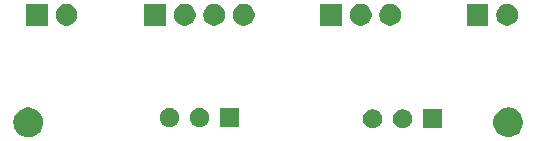
<source format=gbr>
G04 #@! TF.GenerationSoftware,KiCad,Pcbnew,5.0.1*
G04 #@! TF.CreationDate,2019-03-20T13:16:57+05:30*
G04 #@! TF.ProjectId,heater,6865617465722E6B696361645F706362,rev?*
G04 #@! TF.SameCoordinates,Original*
G04 #@! TF.FileFunction,Soldermask,Bot*
G04 #@! TF.FilePolarity,Negative*
%FSLAX46Y46*%
G04 Gerber Fmt 4.6, Leading zero omitted, Abs format (unit mm)*
G04 Created by KiCad (PCBNEW 5.0.1) date Wed 20 Mar 2019 01:16:57 PM IST*
%MOMM*%
%LPD*%
G01*
G04 APERTURE LIST*
%ADD10C,0.100000*%
G04 APERTURE END LIST*
D10*
G36*
X171583636Y-94661019D02*
X171764903Y-94697075D01*
X171992571Y-94791378D01*
X172196542Y-94927668D01*
X172197469Y-94928287D01*
X172371713Y-95102531D01*
X172371715Y-95102534D01*
X172508622Y-95307429D01*
X172602925Y-95535097D01*
X172651000Y-95776787D01*
X172651000Y-96023213D01*
X172602925Y-96264903D01*
X172508622Y-96492571D01*
X172437921Y-96598382D01*
X172371713Y-96697469D01*
X172197469Y-96871713D01*
X172197466Y-96871715D01*
X171992571Y-97008622D01*
X171764903Y-97102925D01*
X171614213Y-97132899D01*
X171523214Y-97151000D01*
X171276786Y-97151000D01*
X171185787Y-97132899D01*
X171035097Y-97102925D01*
X170807429Y-97008622D01*
X170602534Y-96871715D01*
X170602531Y-96871713D01*
X170428287Y-96697469D01*
X170362079Y-96598382D01*
X170291378Y-96492571D01*
X170197075Y-96264903D01*
X170149000Y-96023213D01*
X170149000Y-95776787D01*
X170197075Y-95535097D01*
X170291378Y-95307429D01*
X170428285Y-95102534D01*
X170428287Y-95102531D01*
X170602531Y-94928287D01*
X170603458Y-94927668D01*
X170807429Y-94791378D01*
X171035097Y-94697075D01*
X171216364Y-94661019D01*
X171276786Y-94649000D01*
X171523214Y-94649000D01*
X171583636Y-94661019D01*
X171583636Y-94661019D01*
G37*
G36*
X131005239Y-94667101D02*
X131241053Y-94738634D01*
X131458381Y-94854799D01*
X131648871Y-95011129D01*
X131805201Y-95201619D01*
X131921366Y-95418947D01*
X131992899Y-95654761D01*
X132017053Y-95900000D01*
X131992899Y-96145239D01*
X131921366Y-96381053D01*
X131805201Y-96598381D01*
X131648871Y-96788871D01*
X131458381Y-96945201D01*
X131241053Y-97061366D01*
X131005239Y-97132899D01*
X130821457Y-97151000D01*
X130698543Y-97151000D01*
X130514761Y-97132899D01*
X130278947Y-97061366D01*
X130061619Y-96945201D01*
X129871129Y-96788871D01*
X129714799Y-96598381D01*
X129598634Y-96381053D01*
X129527101Y-96145239D01*
X129502947Y-95900000D01*
X129527101Y-95654761D01*
X129598634Y-95418947D01*
X129714799Y-95201619D01*
X129871129Y-95011129D01*
X130061619Y-94854799D01*
X130278947Y-94738634D01*
X130514761Y-94667101D01*
X130698543Y-94649000D01*
X130821457Y-94649000D01*
X131005239Y-94667101D01*
X131005239Y-94667101D01*
G37*
G36*
X160156561Y-94820166D02*
X160240173Y-94854799D01*
X160304154Y-94881301D01*
X160374470Y-94928285D01*
X160436986Y-94970057D01*
X160549944Y-95083015D01*
X160638701Y-95215849D01*
X160699835Y-95363440D01*
X160731001Y-95520122D01*
X160731001Y-95679878D01*
X160699835Y-95836560D01*
X160638701Y-95984151D01*
X160549944Y-96116985D01*
X160436986Y-96229943D01*
X160436983Y-96229945D01*
X160304154Y-96318699D01*
X160304153Y-96318700D01*
X160304152Y-96318700D01*
X160156561Y-96379834D01*
X159999879Y-96411000D01*
X159840123Y-96411000D01*
X159683441Y-96379834D01*
X159535850Y-96318700D01*
X159535849Y-96318700D01*
X159535848Y-96318699D01*
X159403019Y-96229945D01*
X159403016Y-96229943D01*
X159290058Y-96116985D01*
X159201301Y-95984151D01*
X159140167Y-95836560D01*
X159109001Y-95679878D01*
X159109001Y-95520122D01*
X159140167Y-95363440D01*
X159201301Y-95215849D01*
X159290058Y-95083015D01*
X159403016Y-94970057D01*
X159465532Y-94928285D01*
X159535848Y-94881301D01*
X159599830Y-94854799D01*
X159683441Y-94820166D01*
X159840123Y-94789000D01*
X159999879Y-94789000D01*
X160156561Y-94820166D01*
X160156561Y-94820166D01*
G37*
G36*
X162696561Y-94820166D02*
X162780173Y-94854799D01*
X162844154Y-94881301D01*
X162914470Y-94928285D01*
X162976986Y-94970057D01*
X163089944Y-95083015D01*
X163178701Y-95215849D01*
X163239835Y-95363440D01*
X163271001Y-95520122D01*
X163271001Y-95679878D01*
X163239835Y-95836560D01*
X163178701Y-95984151D01*
X163089944Y-96116985D01*
X162976986Y-96229943D01*
X162976983Y-96229945D01*
X162844154Y-96318699D01*
X162844153Y-96318700D01*
X162844152Y-96318700D01*
X162696561Y-96379834D01*
X162539879Y-96411000D01*
X162380123Y-96411000D01*
X162223441Y-96379834D01*
X162075850Y-96318700D01*
X162075849Y-96318700D01*
X162075848Y-96318699D01*
X161943019Y-96229945D01*
X161943016Y-96229943D01*
X161830058Y-96116985D01*
X161741301Y-95984151D01*
X161680167Y-95836560D01*
X161649001Y-95679878D01*
X161649001Y-95520122D01*
X161680167Y-95363440D01*
X161741301Y-95215849D01*
X161830058Y-95083015D01*
X161943016Y-94970057D01*
X162005532Y-94928285D01*
X162075848Y-94881301D01*
X162139830Y-94854799D01*
X162223441Y-94820166D01*
X162380123Y-94789000D01*
X162539879Y-94789000D01*
X162696561Y-94820166D01*
X162696561Y-94820166D01*
G37*
G36*
X165811001Y-96411000D02*
X164189001Y-96411000D01*
X164189001Y-94789000D01*
X165811001Y-94789000D01*
X165811001Y-96411000D01*
X165811001Y-96411000D01*
G37*
G36*
X145496560Y-94720166D02*
X145644153Y-94781301D01*
X145702318Y-94820166D01*
X145776985Y-94870057D01*
X145889943Y-94983015D01*
X145978700Y-95115849D01*
X146039834Y-95263440D01*
X146071000Y-95420122D01*
X146071000Y-95579878D01*
X146039834Y-95736560D01*
X145978700Y-95884151D01*
X145889943Y-96016985D01*
X145776985Y-96129943D01*
X145776982Y-96129945D01*
X145644153Y-96218699D01*
X145644152Y-96218700D01*
X145644151Y-96218700D01*
X145496560Y-96279834D01*
X145339878Y-96311000D01*
X145180122Y-96311000D01*
X145023440Y-96279834D01*
X144875849Y-96218700D01*
X144875848Y-96218700D01*
X144875847Y-96218699D01*
X144743018Y-96129945D01*
X144743015Y-96129943D01*
X144630057Y-96016985D01*
X144541300Y-95884151D01*
X144480166Y-95736560D01*
X144449000Y-95579878D01*
X144449000Y-95420122D01*
X144480166Y-95263440D01*
X144541300Y-95115849D01*
X144630057Y-94983015D01*
X144743015Y-94870057D01*
X144817682Y-94820166D01*
X144875847Y-94781301D01*
X145023440Y-94720166D01*
X145180122Y-94689000D01*
X145339878Y-94689000D01*
X145496560Y-94720166D01*
X145496560Y-94720166D01*
G37*
G36*
X142956560Y-94720166D02*
X143104153Y-94781301D01*
X143162318Y-94820166D01*
X143236985Y-94870057D01*
X143349943Y-94983015D01*
X143438700Y-95115849D01*
X143499834Y-95263440D01*
X143531000Y-95420122D01*
X143531000Y-95579878D01*
X143499834Y-95736560D01*
X143438700Y-95884151D01*
X143349943Y-96016985D01*
X143236985Y-96129943D01*
X143236982Y-96129945D01*
X143104153Y-96218699D01*
X143104152Y-96218700D01*
X143104151Y-96218700D01*
X142956560Y-96279834D01*
X142799878Y-96311000D01*
X142640122Y-96311000D01*
X142483440Y-96279834D01*
X142335849Y-96218700D01*
X142335848Y-96218700D01*
X142335847Y-96218699D01*
X142203018Y-96129945D01*
X142203015Y-96129943D01*
X142090057Y-96016985D01*
X142001300Y-95884151D01*
X141940166Y-95736560D01*
X141909000Y-95579878D01*
X141909000Y-95420122D01*
X141940166Y-95263440D01*
X142001300Y-95115849D01*
X142090057Y-94983015D01*
X142203015Y-94870057D01*
X142277682Y-94820166D01*
X142335847Y-94781301D01*
X142483440Y-94720166D01*
X142640122Y-94689000D01*
X142799878Y-94689000D01*
X142956560Y-94720166D01*
X142956560Y-94720166D01*
G37*
G36*
X148611000Y-96311000D02*
X146989000Y-96311000D01*
X146989000Y-94689000D01*
X148611000Y-94689000D01*
X148611000Y-96311000D01*
X148611000Y-96311000D01*
G37*
G36*
X149270104Y-85909585D02*
X149438626Y-85979389D01*
X149590291Y-86080728D01*
X149719272Y-86209709D01*
X149820611Y-86361374D01*
X149890415Y-86529896D01*
X149926000Y-86708797D01*
X149926000Y-86891203D01*
X149890415Y-87070104D01*
X149820611Y-87238626D01*
X149719272Y-87390291D01*
X149590291Y-87519272D01*
X149438626Y-87620611D01*
X149270104Y-87690415D01*
X149091203Y-87726000D01*
X148908797Y-87726000D01*
X148729896Y-87690415D01*
X148561374Y-87620611D01*
X148409709Y-87519272D01*
X148280728Y-87390291D01*
X148179389Y-87238626D01*
X148109585Y-87070104D01*
X148074000Y-86891203D01*
X148074000Y-86708797D01*
X148109585Y-86529896D01*
X148179389Y-86361374D01*
X148280728Y-86209709D01*
X148409709Y-86080728D01*
X148561374Y-85979389D01*
X148729896Y-85909585D01*
X148908797Y-85874000D01*
X149091203Y-85874000D01*
X149270104Y-85909585D01*
X149270104Y-85909585D01*
G37*
G36*
X146770104Y-85909585D02*
X146938626Y-85979389D01*
X147090291Y-86080728D01*
X147219272Y-86209709D01*
X147320611Y-86361374D01*
X147390415Y-86529896D01*
X147426000Y-86708797D01*
X147426000Y-86891203D01*
X147390415Y-87070104D01*
X147320611Y-87238626D01*
X147219272Y-87390291D01*
X147090291Y-87519272D01*
X146938626Y-87620611D01*
X146770104Y-87690415D01*
X146591203Y-87726000D01*
X146408797Y-87726000D01*
X146229896Y-87690415D01*
X146061374Y-87620611D01*
X145909709Y-87519272D01*
X145780728Y-87390291D01*
X145679389Y-87238626D01*
X145609585Y-87070104D01*
X145574000Y-86891203D01*
X145574000Y-86708797D01*
X145609585Y-86529896D01*
X145679389Y-86361374D01*
X145780728Y-86209709D01*
X145909709Y-86080728D01*
X146061374Y-85979389D01*
X146229896Y-85909585D01*
X146408797Y-85874000D01*
X146591203Y-85874000D01*
X146770104Y-85909585D01*
X146770104Y-85909585D01*
G37*
G36*
X142426000Y-87726000D02*
X140574000Y-87726000D01*
X140574000Y-85874000D01*
X142426000Y-85874000D01*
X142426000Y-87726000D01*
X142426000Y-87726000D01*
G37*
G36*
X161670104Y-85909585D02*
X161838626Y-85979389D01*
X161990291Y-86080728D01*
X162119272Y-86209709D01*
X162220611Y-86361374D01*
X162290415Y-86529896D01*
X162326000Y-86708797D01*
X162326000Y-86891203D01*
X162290415Y-87070104D01*
X162220611Y-87238626D01*
X162119272Y-87390291D01*
X161990291Y-87519272D01*
X161838626Y-87620611D01*
X161670104Y-87690415D01*
X161491203Y-87726000D01*
X161308797Y-87726000D01*
X161129896Y-87690415D01*
X160961374Y-87620611D01*
X160809709Y-87519272D01*
X160680728Y-87390291D01*
X160579389Y-87238626D01*
X160509585Y-87070104D01*
X160474000Y-86891203D01*
X160474000Y-86708797D01*
X160509585Y-86529896D01*
X160579389Y-86361374D01*
X160680728Y-86209709D01*
X160809709Y-86080728D01*
X160961374Y-85979389D01*
X161129896Y-85909585D01*
X161308797Y-85874000D01*
X161491203Y-85874000D01*
X161670104Y-85909585D01*
X161670104Y-85909585D01*
G37*
G36*
X159170104Y-85909585D02*
X159338626Y-85979389D01*
X159490291Y-86080728D01*
X159619272Y-86209709D01*
X159720611Y-86361374D01*
X159790415Y-86529896D01*
X159826000Y-86708797D01*
X159826000Y-86891203D01*
X159790415Y-87070104D01*
X159720611Y-87238626D01*
X159619272Y-87390291D01*
X159490291Y-87519272D01*
X159338626Y-87620611D01*
X159170104Y-87690415D01*
X158991203Y-87726000D01*
X158808797Y-87726000D01*
X158629896Y-87690415D01*
X158461374Y-87620611D01*
X158309709Y-87519272D01*
X158180728Y-87390291D01*
X158079389Y-87238626D01*
X158009585Y-87070104D01*
X157974000Y-86891203D01*
X157974000Y-86708797D01*
X158009585Y-86529896D01*
X158079389Y-86361374D01*
X158180728Y-86209709D01*
X158309709Y-86080728D01*
X158461374Y-85979389D01*
X158629896Y-85909585D01*
X158808797Y-85874000D01*
X158991203Y-85874000D01*
X159170104Y-85909585D01*
X159170104Y-85909585D01*
G37*
G36*
X157326000Y-87726000D02*
X155474000Y-87726000D01*
X155474000Y-85874000D01*
X157326000Y-85874000D01*
X157326000Y-87726000D01*
X157326000Y-87726000D01*
G37*
G36*
X171570104Y-85909585D02*
X171738626Y-85979389D01*
X171890291Y-86080728D01*
X172019272Y-86209709D01*
X172120611Y-86361374D01*
X172190415Y-86529896D01*
X172226000Y-86708797D01*
X172226000Y-86891203D01*
X172190415Y-87070104D01*
X172120611Y-87238626D01*
X172019272Y-87390291D01*
X171890291Y-87519272D01*
X171738626Y-87620611D01*
X171570104Y-87690415D01*
X171391203Y-87726000D01*
X171208797Y-87726000D01*
X171029896Y-87690415D01*
X170861374Y-87620611D01*
X170709709Y-87519272D01*
X170580728Y-87390291D01*
X170479389Y-87238626D01*
X170409585Y-87070104D01*
X170374000Y-86891203D01*
X170374000Y-86708797D01*
X170409585Y-86529896D01*
X170479389Y-86361374D01*
X170580728Y-86209709D01*
X170709709Y-86080728D01*
X170861374Y-85979389D01*
X171029896Y-85909585D01*
X171208797Y-85874000D01*
X171391203Y-85874000D01*
X171570104Y-85909585D01*
X171570104Y-85909585D01*
G37*
G36*
X169726000Y-87726000D02*
X167874000Y-87726000D01*
X167874000Y-85874000D01*
X169726000Y-85874000D01*
X169726000Y-87726000D01*
X169726000Y-87726000D01*
G37*
G36*
X132426000Y-87726000D02*
X130574000Y-87726000D01*
X130574000Y-85874000D01*
X132426000Y-85874000D01*
X132426000Y-87726000D01*
X132426000Y-87726000D01*
G37*
G36*
X134270104Y-85909585D02*
X134438626Y-85979389D01*
X134590291Y-86080728D01*
X134719272Y-86209709D01*
X134820611Y-86361374D01*
X134890415Y-86529896D01*
X134926000Y-86708797D01*
X134926000Y-86891203D01*
X134890415Y-87070104D01*
X134820611Y-87238626D01*
X134719272Y-87390291D01*
X134590291Y-87519272D01*
X134438626Y-87620611D01*
X134270104Y-87690415D01*
X134091203Y-87726000D01*
X133908797Y-87726000D01*
X133729896Y-87690415D01*
X133561374Y-87620611D01*
X133409709Y-87519272D01*
X133280728Y-87390291D01*
X133179389Y-87238626D01*
X133109585Y-87070104D01*
X133074000Y-86891203D01*
X133074000Y-86708797D01*
X133109585Y-86529896D01*
X133179389Y-86361374D01*
X133280728Y-86209709D01*
X133409709Y-86080728D01*
X133561374Y-85979389D01*
X133729896Y-85909585D01*
X133908797Y-85874000D01*
X134091203Y-85874000D01*
X134270104Y-85909585D01*
X134270104Y-85909585D01*
G37*
G36*
X144270104Y-85909585D02*
X144438626Y-85979389D01*
X144590291Y-86080728D01*
X144719272Y-86209709D01*
X144820611Y-86361374D01*
X144890415Y-86529896D01*
X144926000Y-86708797D01*
X144926000Y-86891203D01*
X144890415Y-87070104D01*
X144820611Y-87238626D01*
X144719272Y-87390291D01*
X144590291Y-87519272D01*
X144438626Y-87620611D01*
X144270104Y-87690415D01*
X144091203Y-87726000D01*
X143908797Y-87726000D01*
X143729896Y-87690415D01*
X143561374Y-87620611D01*
X143409709Y-87519272D01*
X143280728Y-87390291D01*
X143179389Y-87238626D01*
X143109585Y-87070104D01*
X143074000Y-86891203D01*
X143074000Y-86708797D01*
X143109585Y-86529896D01*
X143179389Y-86361374D01*
X143280728Y-86209709D01*
X143409709Y-86080728D01*
X143561374Y-85979389D01*
X143729896Y-85909585D01*
X143908797Y-85874000D01*
X144091203Y-85874000D01*
X144270104Y-85909585D01*
X144270104Y-85909585D01*
G37*
M02*

</source>
